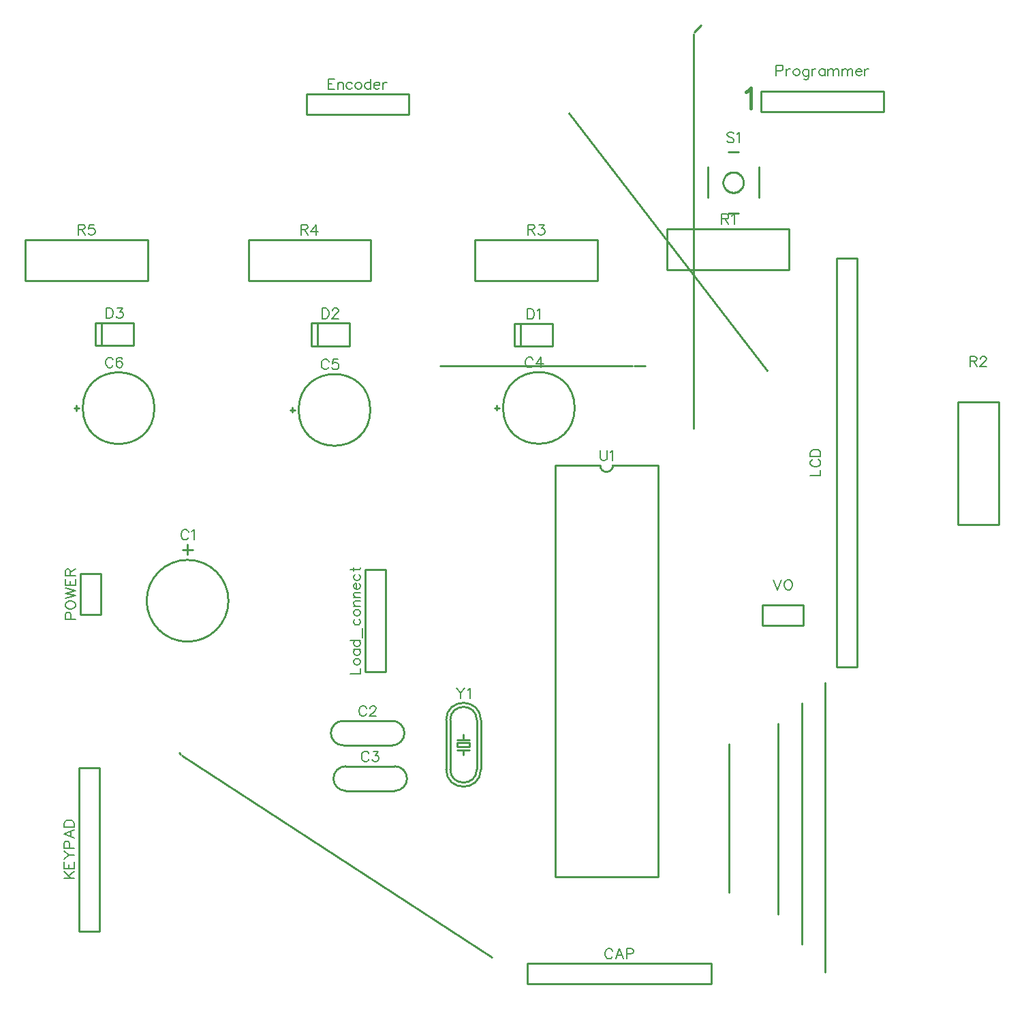
<source format=gbr>
G04 DipTrace 3.0.0.2*
G04 TopSilk.gbr*
%MOMM*%
G04 #@! TF.FileFunction,Legend,Top*
G04 #@! TF.Part,Single*
%ADD10C,0.25*%
%ADD59C,0.19608*%
%ADD60C,0.39216*%
%FSLAX35Y35*%
G04*
G71*
G90*
G75*
G01*
G04 TopSilk*
%LPD*%
X9860238Y10503800D2*
D10*
X9729262D1*
X9701484D2*
X7316262D1*
X11509250Y3687722D2*
Y6055211D1*
X10906000Y3956122D2*
Y5801044D1*
X11810873Y3313589D2*
Y6309711D1*
X12096623Y2963856D2*
Y6559478D1*
X10560306Y14733479D2*
X10472644Y14645821D1*
X10462823Y14622111D2*
Y9720306D1*
X11373777Y10443639D2*
X8914223Y13638361D1*
X7957487Y3154777D2*
X4108673Y5660333D1*
X4087212Y5677730D2*
X4073695Y5691246D1*
X4112008Y8215672D2*
X4237992D1*
X4175000Y8279617D2*
Y8152934D1*
X3667000Y7581113D2*
G02X3667000Y7581113I508000J0D01*
G01*
X6717872Y5784533D2*
X6108881D1*
X6717872Y6089333D2*
X6108881D1*
G03X6108881Y5784533I-304J-152400D01*
G01*
X6717872D2*
G03X6717872Y6089333I305J152400D01*
G01*
X6749622Y5219267D2*
X6140631D1*
X6749622Y5524067D2*
X6140631D1*
G03X6140631Y5219267I-304J-152400D01*
G01*
X6749622D2*
G03X6749622Y5524067I305J152400D01*
G01*
X8016815Y9947174D2*
Y10007160D1*
X7986852Y9977167D2*
X8046878D1*
X8095618D2*
G02X8095618Y9977167I445002J0D01*
G01*
X5476815Y9922774D2*
Y9982760D1*
X5446852Y9952767D2*
X5506878D1*
X5555618D2*
G02X5555618Y9952767I445002J0D01*
G01*
X2793941Y9945140D2*
Y10005126D1*
X2763978Y9975133D2*
X2824004D1*
X2872744D2*
G02X2872744Y9975133I445002J0D01*
G01*
X10683790Y2818896D2*
X8397710D1*
Y3072900D1*
X10683790D1*
Y2818896D1*
X8233705Y10744033D2*
Y11024033D1*
X8238845D2*
X8709155D1*
X8309520Y10744033D2*
Y11024033D1*
X8709155Y10744033D2*
Y11024033D1*
X8238845Y10744033D2*
X8709155D1*
X5709578Y10750133D2*
Y11030133D1*
X5714718D2*
X6185028D1*
X5785393Y10750133D2*
Y11030133D1*
X6185028Y10750133D2*
Y11030133D1*
X5714718Y10750133D2*
X6185028D1*
X3029828Y10755000D2*
Y11035000D1*
X3034968D2*
X3505278D1*
X3105643Y10755000D2*
Y11035000D1*
X3505278Y10755000D2*
Y11035000D1*
X3034968Y10755000D2*
X3505278D1*
X6921429Y13628096D2*
X5651317D1*
Y13882100D1*
X6921429D1*
Y13628096D1*
X3079628Y5508741D2*
X2825623D1*
Y3476926D1*
X3079628D1*
Y5508741D1*
X12239496Y6755327D2*
X12493500D1*
Y11839606D1*
X12239496D1*
Y6755327D1*
X6635628Y7969223D2*
X6381623D1*
Y6699111D1*
X6635628D1*
Y7969223D1*
X3095513Y7920397D2*
X2841500D1*
Y7412336D1*
X3095513D1*
Y7920397D1*
X11302946Y13910571D2*
X12826807D1*
Y13656567D1*
X11302946D1*
Y13910571D1*
X10128889Y12201467D2*
X11651365D1*
Y11693467D2*
Y12201467D1*
X10128889Y11693467D2*
X11651365D1*
X10128889D2*
Y12201467D1*
X13747623Y8527295D2*
Y10049771D1*
X14255623D2*
X13747623D1*
X14255623Y8527295D2*
Y10049771D1*
Y8527295D2*
X13747623D1*
X9270138Y11561600D2*
X7747662D1*
Y12069600D2*
Y11561600D1*
X9270138Y12069600D2*
X7747662D1*
X9270138D2*
Y11561600D1*
X6452738D2*
X4930262D1*
Y12069600D2*
Y11561600D1*
X6452738Y12069600D2*
X4930262D1*
X6452738D2*
Y11561600D1*
X3682138D2*
X2159662D1*
Y12069600D2*
Y11561600D1*
X3682138Y12069600D2*
X2159662D1*
X3682138D2*
Y11561600D1*
X10638860Y12590351D2*
Y12971249D1*
X11273819Y12590351D2*
Y12971249D1*
X11019889Y12399815D2*
X10892857D1*
X11019889Y13161785D2*
X10892857D1*
X10829408Y12780844D2*
X10829718Y12789701D1*
X10830644Y12798516D1*
X10832184Y12807244D1*
X10834328Y12815844D1*
X10837067Y12824273D1*
X10840388Y12832491D1*
X10844274Y12840457D1*
X10848706Y12848133D1*
X10853663Y12855481D1*
X10859120Y12862465D1*
X10865052Y12869051D1*
X10871428Y12875208D1*
X10878219Y12880905D1*
X10885390Y12886115D1*
X10892908Y12890812D1*
X10900734Y12894973D1*
X10908832Y12898578D1*
X10917162Y12901609D1*
X10925683Y12904052D1*
X10934354Y12905895D1*
X10943132Y12907128D1*
X10951975Y12907747D1*
X10960839D1*
X10969682Y12907128D1*
X10978460Y12905895D1*
X10987131Y12904052D1*
X10995652Y12901609D1*
X11003981Y12898578D1*
X11012079Y12894973D1*
X11019906Y12890812D1*
X11027423Y12886115D1*
X11034595Y12880905D1*
X11041385Y12875208D1*
X11047762Y12869051D1*
X11053693Y12862465D1*
X11059151Y12855481D1*
X11064108Y12848133D1*
X11068540Y12840457D1*
X11072426Y12832491D1*
X11075746Y12824273D1*
X11078486Y12815844D1*
X11080630Y12807244D1*
X11082169Y12798516D1*
X11083096Y12789701D1*
X11083405Y12780844D1*
X11083096Y12771986D1*
X11082169Y12763171D1*
X11080630Y12754443D1*
X11078486Y12745843D1*
X11075746Y12737414D1*
X11072426Y12729196D1*
X11068540Y12721230D1*
X11064108Y12713554D1*
X11059151Y12706206D1*
X11053693Y12699222D1*
X11047762Y12692636D1*
X11041385Y12686479D1*
X11034595Y12680782D1*
X11027423Y12675572D1*
X11019906Y12670875D1*
X11012079Y12666714D1*
X11003981Y12663109D1*
X10995652Y12660078D1*
X10987131Y12657635D1*
X10978460Y12655792D1*
X10969682Y12654559D1*
X10960839Y12653940D1*
X10951975D1*
X10943132Y12654559D1*
X10934354Y12655792D1*
X10925683Y12657635D1*
X10917162Y12660078D1*
X10908832Y12663109D1*
X10900734Y12666714D1*
X10892908Y12670875D1*
X10885390Y12675572D1*
X10878219Y12680782D1*
X10871428Y12686479D1*
X10865052Y12692636D1*
X10859120Y12699222D1*
X10853663Y12706206D1*
X10848706Y12713554D1*
X10844274Y12721230D1*
X10840388Y12729196D1*
X10837067Y12737414D1*
X10834328Y12745843D1*
X10832184Y12754443D1*
X10830644Y12763171D1*
X10829718Y12771986D1*
X10829408Y12780844D1*
X8742506Y9254380D2*
Y4154600D1*
X10021494D1*
Y9254380D2*
Y4154600D1*
X8742506Y9264600D2*
X9301562D1*
X10021494D2*
X9462438D1*
X9301562D2*
G03X9462438Y9264600I80438J-1311D01*
G01*
X11318720Y7529979D2*
X11826780D1*
Y7275967D1*
X11318720D1*
Y7529979D1*
X7819900Y5487082D2*
Y6096718D1*
X7388100Y5487082D2*
Y6096718D1*
X7769120Y5487082D2*
Y6096718D1*
X7438880D2*
Y5487082D1*
X7527787Y5766490D2*
Y5817310D1*
X7680213D1*
Y5766490D1*
X7527787D1*
Y5855425D2*
X7604000D1*
X7680213D1*
X7527787Y5728375D2*
X7604000D1*
X7680213D1*
X7604000Y5855425D2*
Y5918951D1*
Y5728375D2*
Y5664849D1*
X7388100Y5487082D2*
G03X7819900Y5487082I215900J18D01*
G01*
Y6096718D2*
G03X7388100Y6096718I-215900J-18D01*
G01*
X7438880Y5487082D2*
G03X7769120Y5487082I165120J58D01*
G01*
Y6096718D2*
G03X7438880Y6096718I-165120J-58D01*
G01*
X4185715Y8435280D2*
D59*
X4179679Y8447353D1*
X4167465Y8459567D1*
X4155392Y8465603D1*
X4131106D1*
X4118892Y8459567D1*
X4106819Y8447353D1*
X4100642Y8435280D1*
X4094606Y8417030D1*
Y8386567D1*
X4100642Y8368457D1*
X4106819Y8356244D1*
X4118892Y8344171D1*
X4131106Y8337994D1*
X4155392D1*
X4167465Y8344171D1*
X4179679Y8356244D1*
X4185715Y8368457D1*
X4224931Y8441176D2*
X4237144Y8447353D1*
X4255394Y8465463D1*
Y8337994D1*
X6396787Y6244997D2*
X6390751Y6257070D1*
X6378537Y6269284D1*
X6366464Y6275320D1*
X6342177D1*
X6329964Y6269284D1*
X6317891Y6257070D1*
X6311714Y6244997D1*
X6305677Y6226747D1*
Y6196284D1*
X6311714Y6178174D1*
X6317891Y6165961D1*
X6329964Y6153888D1*
X6342177Y6147711D1*
X6366464D1*
X6378537Y6153888D1*
X6390751Y6165961D1*
X6396787Y6178174D1*
X6442180Y6244857D2*
Y6250893D1*
X6448216Y6263107D1*
X6454253Y6269143D1*
X6466466Y6275180D1*
X6490753D1*
X6502826Y6269143D1*
X6508862Y6263107D1*
X6515039Y6250893D1*
Y6238820D1*
X6508862Y6226607D1*
X6496789Y6208497D1*
X6436003Y6147711D1*
X6521076D1*
X6428537Y5679731D2*
X6422501Y5691804D1*
X6410287Y5704017D1*
X6398214Y5710054D1*
X6373927D1*
X6361714Y5704017D1*
X6349641Y5691804D1*
X6343464Y5679731D1*
X6337427Y5661481D1*
Y5631017D1*
X6343464Y5612907D1*
X6349641Y5600694D1*
X6361714Y5588621D1*
X6373927Y5582444D1*
X6398214D1*
X6410287Y5588621D1*
X6422501Y5600694D1*
X6428537Y5612907D1*
X6479966Y5709913D2*
X6546649D1*
X6510289Y5661340D1*
X6528539D1*
X6540612Y5655304D1*
X6546649Y5649267D1*
X6552826Y5631017D1*
Y5618944D1*
X6546649Y5600694D1*
X6534576Y5588481D1*
X6516326Y5582444D1*
X6498076D1*
X6479966Y5588481D1*
X6473930Y5594657D1*
X6467753Y5606731D1*
X8466629Y10577830D2*
X8460592Y10589903D1*
X8448379Y10602117D1*
X8436306Y10608153D1*
X8412019D1*
X8399806Y10602117D1*
X8387733Y10589903D1*
X8381556Y10577830D1*
X8375519Y10559580D1*
Y10529117D1*
X8381556Y10511007D1*
X8387733Y10498794D1*
X8399806Y10486721D1*
X8412019Y10480544D1*
X8436306D1*
X8448379Y10486721D1*
X8460592Y10498794D1*
X8466629Y10511007D1*
X8566631Y10480544D2*
Y10608013D1*
X8505845Y10523080D1*
X8596954D1*
X5929647Y10553430D2*
X5923611Y10565503D1*
X5911397Y10577717D1*
X5899324Y10583753D1*
X5875037D1*
X5862824Y10577717D1*
X5850751Y10565503D1*
X5844574Y10553430D1*
X5838537Y10535180D1*
Y10504717D1*
X5844574Y10486607D1*
X5850751Y10474394D1*
X5862824Y10462321D1*
X5875037Y10456144D1*
X5899324D1*
X5911397Y10462321D1*
X5923611Y10474394D1*
X5929647Y10486607D1*
X6041722Y10583613D2*
X5981076D1*
X5975040Y10529003D1*
X5981076Y10535040D1*
X5999326Y10541217D1*
X6017436D1*
X6035686Y10535040D1*
X6047899Y10522967D1*
X6053936Y10504717D1*
Y10492644D1*
X6047899Y10474394D1*
X6035686Y10462180D1*
X6017436Y10456144D1*
X5999326D1*
X5981076Y10462180D1*
X5975040Y10468357D1*
X5968863Y10480430D1*
X3249862Y10575797D2*
X3243826Y10587870D1*
X3231612Y10600083D1*
X3219539Y10606120D1*
X3195253D1*
X3183039Y10600083D1*
X3170966Y10587870D1*
X3164789Y10575797D1*
X3158753Y10557547D1*
Y10527083D1*
X3164789Y10508974D1*
X3170966Y10496760D1*
X3183039Y10484687D1*
X3195253Y10478510D1*
X3219539D1*
X3231612Y10484687D1*
X3243826Y10496760D1*
X3249862Y10508974D1*
X3361938Y10587870D2*
X3355901Y10599943D1*
X3337651Y10605980D1*
X3325578D1*
X3307328Y10599943D1*
X3295114Y10581693D1*
X3289078Y10551370D1*
Y10521047D1*
X3295114Y10496760D1*
X3307328Y10484547D1*
X3325578Y10478510D1*
X3331614D1*
X3349724Y10484547D1*
X3361938Y10496760D1*
X3367974Y10515010D1*
Y10521047D1*
X3361938Y10539297D1*
X3349724Y10551370D1*
X3331614Y10557406D1*
X3325578D1*
X3307328Y10551370D1*
X3295114Y10539297D1*
X3289078Y10521047D1*
X9455909Y3228564D2*
X9449873Y3240637D1*
X9437659Y3252850D1*
X9425586Y3258887D1*
X9401300D1*
X9389086Y3252850D1*
X9377013Y3240637D1*
X9370836Y3228564D1*
X9364800Y3210314D1*
Y3179850D1*
X9370836Y3161740D1*
X9377013Y3149527D1*
X9389086Y3137454D1*
X9401300Y3131277D1*
X9425586D1*
X9437659Y3137454D1*
X9449873Y3149527D1*
X9455909Y3161740D1*
X9592412Y3131277D2*
X9543698Y3258887D1*
X9495125Y3131277D1*
X9513375Y3173814D2*
X9574162D1*
X9631627Y3192064D2*
X9686377D1*
X9704487Y3198100D1*
X9710664Y3204277D1*
X9716700Y3216350D1*
Y3234600D1*
X9710664Y3246673D1*
X9704487Y3252850D1*
X9686377Y3258887D1*
X9631627D1*
Y3131277D1*
X8396624Y11210020D2*
Y11082410D1*
X8439160D1*
X8457410Y11088587D1*
X8469624Y11100660D1*
X8475660Y11112874D1*
X8481697Y11130983D1*
Y11161447D1*
X8475660Y11179697D1*
X8469624Y11191770D1*
X8457410Y11203983D1*
X8439160Y11210020D1*
X8396624D1*
X8520913Y11185593D2*
X8533126Y11191770D1*
X8551376Y11209880D1*
Y11082410D1*
X5845192Y11216120D2*
Y11088510D1*
X5887729D1*
X5905979Y11094687D1*
X5918192Y11106760D1*
X5924229Y11118974D1*
X5930265Y11137083D1*
Y11167547D1*
X5924229Y11185797D1*
X5918192Y11197870D1*
X5905979Y11210083D1*
X5887729Y11216120D1*
X5845192D1*
X5975658Y11185656D2*
Y11191693D1*
X5981695Y11203906D1*
X5987731Y11209943D1*
X5999945Y11215980D1*
X6024231D1*
X6036304Y11209943D1*
X6042341Y11203906D1*
X6048518Y11191693D1*
Y11179620D1*
X6042341Y11167406D1*
X6030268Y11149297D1*
X5969481Y11088510D1*
X6054554D1*
X3165442Y11220987D2*
Y11093377D1*
X3207979D1*
X3226229Y11099554D1*
X3238442Y11111627D1*
X3244479Y11123840D1*
X3250515Y11141950D1*
Y11172414D1*
X3244479Y11190664D1*
X3238442Y11202737D1*
X3226229Y11214950D1*
X3207979Y11220987D1*
X3165442D1*
X3301945Y11220846D2*
X3368627D1*
X3332268Y11172273D1*
X3350518D1*
X3362591Y11166237D1*
X3368627Y11160200D1*
X3374804Y11141950D1*
Y11129877D1*
X3368627Y11111627D1*
X3356554Y11099414D1*
X3338304Y11093377D1*
X3320054D1*
X3301945Y11099414D1*
X3295908Y11105590D1*
X3289731Y11117664D1*
X6001528Y14068087D2*
X5922632D1*
Y13940477D1*
X6001528D1*
X5922632Y14007300D2*
X5971205D1*
X6040744Y14025550D2*
Y13940477D1*
Y14001264D2*
X6058994Y14019514D1*
X6071207Y14025550D1*
X6089317D1*
X6101530Y14019514D1*
X6107567Y14001264D1*
Y13940477D1*
X6219783Y14007300D2*
X6207569Y14019514D1*
X6195356Y14025550D1*
X6177246D1*
X6165033Y14019514D1*
X6152960Y14007300D1*
X6146783Y13989050D1*
Y13976977D1*
X6152960Y13958727D1*
X6165033Y13946654D1*
X6177246Y13940477D1*
X6195356D1*
X6207569Y13946654D1*
X6219783Y13958727D1*
X6289321Y14025550D2*
X6277248Y14019514D1*
X6265035Y14007300D1*
X6258998Y13989050D1*
Y13976977D1*
X6265035Y13958727D1*
X6277248Y13946654D1*
X6289321Y13940477D1*
X6307571D1*
X6319785Y13946654D1*
X6331858Y13958727D1*
X6338035Y13976977D1*
Y13989050D1*
X6331858Y14007300D1*
X6319785Y14019514D1*
X6307571Y14025550D1*
X6289321D1*
X6450110Y14068087D2*
Y13940477D1*
Y14007300D2*
X6438037Y14019514D1*
X6425824Y14025550D1*
X6407574D1*
X6395501Y14019514D1*
X6383287Y14007300D1*
X6377251Y13989050D1*
Y13976977D1*
X6383287Y13958727D1*
X6395501Y13946654D1*
X6407574Y13940477D1*
X6425824D1*
X6438037Y13946654D1*
X6450110Y13958727D1*
X6489326Y13989050D2*
X6562185D1*
Y14001264D1*
X6556149Y14013477D1*
X6550112Y14019514D1*
X6537899Y14025550D1*
X6519649D1*
X6507576Y14019514D1*
X6495362Y14007300D1*
X6489326Y13989050D1*
Y13976977D1*
X6495362Y13958727D1*
X6507576Y13946654D1*
X6519649Y13940477D1*
X6537899D1*
X6550112Y13946654D1*
X6562185Y13958727D1*
X6601401Y14025550D2*
Y13940477D1*
Y13989050D2*
X6607578Y14007300D1*
X6619651Y14019514D1*
X6631865Y14025550D1*
X6650115D1*
X2639637Y4130520D2*
X2767246D1*
X2639637Y4215593D2*
X2724710Y4130520D1*
X2694246Y4160843D2*
X2767246Y4215593D1*
X2639637Y4333705D2*
Y4254809D1*
X2767246D1*
Y4333705D1*
X2700423Y4254809D2*
Y4303382D1*
X2639637Y4372921D2*
X2700423Y4421494D1*
X2767246D1*
X2639637Y4470067D2*
X2700423Y4421494D1*
X2706460Y4509283D2*
Y4564033D1*
X2700423Y4582142D1*
X2694246Y4588319D1*
X2682173Y4594356D1*
X2663923D1*
X2651850Y4588319D1*
X2645673Y4582142D1*
X2639637Y4564033D1*
Y4509283D1*
X2767246D1*
Y4730858D2*
X2639637Y4682144D1*
X2767246Y4633571D1*
X2724710Y4651821D2*
Y4712608D1*
X2639637Y4770074D2*
X2767246D1*
Y4812610D1*
X2761069Y4830860D1*
X2748996Y4843074D1*
X2736783Y4849110D1*
X2718673Y4855147D1*
X2688210D1*
X2669960Y4849110D1*
X2657887Y4843074D1*
X2645673Y4830860D1*
X2639637Y4812610D1*
Y4770074D1*
X11914013Y9133730D2*
X12041623D1*
Y9206590D1*
X11944337Y9336915D2*
X11932264Y9330878D1*
X11920050Y9318665D1*
X11914014Y9306592D1*
Y9282305D1*
X11920050Y9270092D1*
X11932264Y9258019D1*
X11944337Y9251842D1*
X11962587Y9245805D1*
X11993050D1*
X12011160Y9251842D1*
X12023373Y9258019D1*
X12035446Y9270092D1*
X12041623Y9282305D1*
Y9306592D1*
X12035446Y9318665D1*
X12023373Y9330878D1*
X12011160Y9336915D1*
X11914014Y9376131D2*
X12041623Y9376130D1*
Y9418667D1*
X12035446Y9436917D1*
X12023373Y9449130D1*
X12011160Y9455167D1*
X11993050Y9461204D1*
X11962587D1*
X11944337Y9455167D1*
X11932264Y9449130D1*
X11920050Y9436917D1*
X11914014Y9418667D1*
Y9376131D1*
X6195637Y6671917D2*
X6323246D1*
Y6744777D1*
X6238173Y6814315D2*
X6244210Y6802242D1*
X6256423Y6790029D1*
X6274673Y6783992D1*
X6286746D1*
X6304996Y6790029D1*
X6317070Y6802242D1*
X6323246Y6814315D1*
Y6832565D1*
X6317070Y6844779D1*
X6304996Y6856852D1*
X6286746Y6863029D1*
X6274673D1*
X6256423Y6856852D1*
X6244210Y6844779D1*
X6238173Y6832565D1*
Y6814315D1*
Y6975104D2*
X6323246D1*
X6256423D2*
X6244210Y6963031D1*
X6238173Y6950818D1*
Y6932708D1*
X6244210Y6920495D1*
X6256423Y6908421D1*
X6274673Y6902245D1*
X6286746Y6902244D1*
X6304996Y6908421D1*
X6317069Y6920494D1*
X6323246Y6932708D1*
Y6950818D1*
X6317069Y6963031D1*
X6304996Y6975104D1*
X6195637Y7087179D2*
X6323246D1*
X6256423D2*
X6244210Y7075106D1*
X6238173Y7062893D1*
Y7044643D1*
X6244210Y7032570D1*
X6256423Y7020356D1*
X6274673Y7014320D1*
X6286746D1*
X6304996Y7020356D1*
X6317069Y7032570D1*
X6323246Y7044643D1*
Y7062893D1*
X6317069Y7075106D1*
X6304996Y7087179D1*
X6344304Y7126395D2*
Y7241791D1*
X6256423Y7354007D2*
X6244210Y7341793D1*
X6238173Y7329580D1*
Y7311470D1*
X6244210Y7299257D1*
X6256423Y7287184D1*
X6274673Y7281007D1*
X6286746D1*
X6304996Y7287184D1*
X6317069Y7299257D1*
X6323246Y7311470D1*
Y7329580D1*
X6317069Y7341793D1*
X6304996Y7354007D1*
X6238173Y7423546D2*
X6244210Y7411473D1*
X6256423Y7399259D1*
X6274673Y7393223D1*
X6286746D1*
X6304996Y7399259D1*
X6317069Y7411473D1*
X6323246Y7423546D1*
Y7441796D1*
X6317069Y7454009D1*
X6304996Y7466082D1*
X6286746Y7472259D1*
X6274673D1*
X6256423Y7466082D1*
X6244210Y7454009D1*
X6238173Y7441796D1*
Y7423546D1*
Y7511475D2*
X6323246D1*
X6262460D2*
X6244210Y7529725D1*
X6238173Y7541938D1*
Y7560048D1*
X6244210Y7572261D1*
X6262460Y7578298D1*
X6323246D1*
X6238173Y7617514D2*
X6323246D1*
X6262460D2*
X6244210Y7635764D1*
X6238173Y7647977D1*
Y7666087D1*
X6244210Y7678300D1*
X6262460Y7684337D1*
X6323246D1*
X6274673Y7723552D2*
Y7796412D1*
X6262460D1*
X6250246Y7790375D1*
X6244210Y7784339D1*
X6238173Y7772125D1*
Y7753875D1*
X6244210Y7741802D1*
X6256423Y7729589D1*
X6274673Y7723552D1*
X6286746D1*
X6304996Y7729589D1*
X6317069Y7741802D1*
X6323246Y7753875D1*
Y7772125D1*
X6317069Y7784339D1*
X6304996Y7796412D1*
X6256423Y7908628D2*
X6244210Y7896414D1*
X6238173Y7884201D1*
Y7866091D1*
X6244210Y7853878D1*
X6256423Y7841805D1*
X6274673Y7835628D1*
X6286746D1*
X6304996Y7841805D1*
X6317069Y7853878D1*
X6323246Y7866091D1*
Y7884201D1*
X6317069Y7896414D1*
X6304996Y7908628D1*
X6195637Y7966093D2*
X6298960D1*
X6317069Y7972130D1*
X6323246Y7984343D1*
Y7996416D1*
X6238173Y7947843D2*
Y7990380D1*
X2722336Y7354055D2*
X2722337Y7408805D1*
X2716300Y7426914D1*
X2710123Y7433091D1*
X2698050Y7439128D1*
X2679800D1*
X2667727Y7433091D1*
X2661550Y7426914D1*
X2655513Y7408805D1*
Y7354055D1*
X2783123D1*
X2655514Y7514843D2*
X2661550Y7502630D1*
X2673764Y7490557D1*
X2685837Y7484380D1*
X2704087Y7478343D1*
X2734550D1*
X2752660Y7484380D1*
X2764873Y7490557D1*
X2776946Y7502630D1*
X2783123Y7514843D1*
Y7539130D1*
X2776946Y7551203D1*
X2764873Y7563416D1*
X2752660Y7569453D1*
X2734550Y7575489D1*
X2704087Y7575490D1*
X2685837Y7569453D1*
X2673764Y7563416D1*
X2661550Y7551203D1*
X2655514Y7539130D1*
Y7514843D1*
Y7614705D2*
X2783123Y7645169D1*
X2655514Y7675492D1*
X2783123Y7705815D1*
X2655514Y7736278D1*
X2655513Y7854390D2*
X2655514Y7775494D1*
X2783123D1*
Y7854390D1*
X2716300Y7775494D2*
Y7824067D1*
Y7893606D2*
Y7948215D1*
X2710123Y7966465D1*
X2704087Y7972642D1*
X2692013Y7978679D1*
X2679800D1*
X2667727Y7972642D1*
X2661550Y7966465D1*
X2655513Y7948215D1*
Y7893606D1*
X2783123D1*
X2716300Y7936142D2*
X2783123Y7978679D1*
X11490205Y14169230D2*
X11544955D1*
X11563065Y14175267D1*
X11569242Y14181444D1*
X11575278Y14193517D1*
Y14211767D1*
X11569242Y14223840D1*
X11563065Y14230017D1*
X11544955Y14236053D1*
X11490205D1*
Y14108444D1*
X11614494Y14193517D2*
Y14108444D1*
Y14157017D2*
X11620671Y14175267D1*
X11632744Y14187480D1*
X11644957Y14193517D1*
X11663207D1*
X11732746D2*
X11720673Y14187480D1*
X11708460Y14175267D1*
X11702423Y14157017D1*
Y14144944D1*
X11708460Y14126694D1*
X11720673Y14114621D1*
X11732746Y14108444D1*
X11750996D1*
X11763210Y14114621D1*
X11775283Y14126694D1*
X11781460Y14144944D1*
Y14157017D1*
X11775283Y14175267D1*
X11763210Y14187480D1*
X11750996Y14193517D1*
X11732746D1*
X11893535Y14187480D2*
Y14090194D1*
X11887498Y14072084D1*
X11881462Y14065907D1*
X11869248Y14059871D1*
X11850998D1*
X11838925Y14065907D1*
X11893535Y14169230D2*
X11881462Y14181303D1*
X11869248Y14187480D1*
X11850998D1*
X11838925Y14181303D1*
X11826712Y14169230D1*
X11820675Y14150980D1*
Y14138767D1*
X11826712Y14120657D1*
X11838925Y14108444D1*
X11850998Y14102407D1*
X11869248D1*
X11881462Y14108444D1*
X11893535Y14120657D1*
X11932751Y14193517D2*
Y14108444D1*
Y14157017D2*
X11938927Y14175267D1*
X11951001Y14187480D1*
X11963214Y14193517D1*
X11981464D1*
X12093539D2*
Y14108444D1*
Y14175267D2*
X12081466Y14187480D1*
X12069253Y14193517D1*
X12051143D1*
X12038930Y14187480D1*
X12026857Y14175267D1*
X12020680Y14157017D1*
Y14144944D1*
X12026857Y14126694D1*
X12038930Y14114621D1*
X12051143Y14108444D1*
X12069253D1*
X12081466Y14114621D1*
X12093539Y14126694D1*
X12132755Y14193517D2*
Y14108444D1*
Y14169230D2*
X12151005Y14187480D1*
X12163218Y14193517D1*
X12181328D1*
X12193542Y14187480D1*
X12199578Y14169230D1*
Y14108444D1*
Y14169230D2*
X12217828Y14187480D1*
X12230042Y14193517D1*
X12248151D1*
X12260365Y14187480D1*
X12266542Y14169230D1*
Y14108444D1*
X12305757Y14193517D2*
Y14108444D1*
Y14169230D2*
X12324007Y14187480D1*
X12336221Y14193517D1*
X12354330D1*
X12366544Y14187480D1*
X12372580Y14169230D1*
Y14108444D1*
Y14169230D2*
X12390830Y14187480D1*
X12403044Y14193517D1*
X12421153D1*
X12433367Y14187480D1*
X12439544Y14169230D1*
Y14108444D1*
X12478759Y14157017D2*
X12551619D1*
Y14169230D1*
X12545583Y14181444D1*
X12539546Y14187480D1*
X12527333Y14193517D1*
X12509083D1*
X12497009Y14187480D1*
X12484796Y14175267D1*
X12478759Y14157017D1*
Y14144944D1*
X12484796Y14126694D1*
X12497009Y14114621D1*
X12509083Y14108444D1*
X12527333D1*
X12539546Y14114621D1*
X12551619Y14126694D1*
X12590835Y14193517D2*
Y14108444D1*
Y14157017D2*
X12597012Y14175267D1*
X12609085Y14187480D1*
X12621298Y14193517D1*
X12639548D1*
X10812751Y12326667D2*
X10867360D1*
X10885610Y12332844D1*
X10891787Y12338880D1*
X10897824Y12350953D1*
Y12363167D1*
X10891787Y12375240D1*
X10885610Y12381417D1*
X10867360Y12387453D1*
X10812751D1*
Y12259844D1*
X10855287Y12326667D2*
X10897824Y12259844D1*
X10937039Y12363026D2*
X10949253Y12369203D1*
X10967503Y12387313D1*
Y12259844D1*
X13896942Y10556733D2*
X13951552D1*
X13969802Y10562910D1*
X13975979Y10568947D1*
X13982015Y10581020D1*
Y10593233D1*
X13975979Y10605306D1*
X13969802Y10611483D1*
X13951552Y10617520D1*
X13896942D1*
Y10489910D1*
X13939479Y10556733D2*
X13982015Y10489910D1*
X14027408Y10587056D2*
Y10593093D1*
X14033445Y10605306D1*
X14039481Y10611343D1*
X14051695Y10617380D1*
X14075981D1*
X14088054Y10611343D1*
X14094091Y10605306D1*
X14100268Y10593093D1*
Y10581020D1*
X14094091Y10568806D1*
X14082018Y10550697D1*
X14021231Y10489910D1*
X14106304D1*
X8404219Y12194800D2*
X8458829D1*
X8477079Y12200977D1*
X8483256Y12207014D1*
X8489292Y12219087D1*
Y12231300D1*
X8483256Y12243373D1*
X8477079Y12249550D1*
X8458829Y12255587D1*
X8404219D1*
Y12127977D1*
X8446756Y12194800D2*
X8489292Y12127977D1*
X8540721Y12255446D2*
X8607404D1*
X8571044Y12206873D1*
X8589294D1*
X8601367Y12200837D1*
X8607404Y12194800D1*
X8613581Y12176550D1*
Y12164477D1*
X8607404Y12146227D1*
X8595331Y12134014D1*
X8577081Y12127977D1*
X8558831D1*
X8540721Y12134014D1*
X8534685Y12140190D1*
X8528508Y12152264D1*
X5583801Y12194800D2*
X5638410D1*
X5656660Y12200977D1*
X5662837Y12207014D1*
X5668874Y12219087D1*
Y12231300D1*
X5662837Y12243373D1*
X5656660Y12249550D1*
X5638410Y12255587D1*
X5583801D1*
Y12127977D1*
X5626337Y12194800D2*
X5668874Y12127977D1*
X5768876D2*
Y12255446D1*
X5708090Y12170514D1*
X5799199D1*
X2816219Y12194800D2*
X2870829D1*
X2889079Y12200977D1*
X2895256Y12207014D1*
X2901292Y12219087D1*
Y12231300D1*
X2895256Y12243373D1*
X2889079Y12249550D1*
X2870829Y12255587D1*
X2816219D1*
Y12127977D1*
X2858756Y12194800D2*
X2901292Y12127977D1*
X3013367Y12255446D2*
X2952721D1*
X2946685Y12200837D1*
X2952721Y12206873D1*
X2970971Y12213050D1*
X2989081D1*
X3007331Y12206873D1*
X3019544Y12194800D1*
X3025581Y12176550D1*
Y12164477D1*
X3019544Y12146227D1*
X3007331Y12134014D1*
X2989081Y12127977D1*
X2970971D1*
X2952721Y12134014D1*
X2946685Y12140190D1*
X2940508Y12152264D1*
X10964070Y13383550D2*
X10951997Y13395763D1*
X10933747Y13401800D1*
X10909461D1*
X10891211Y13395763D1*
X10878997Y13383550D1*
Y13371477D1*
X10885174Y13359263D1*
X10891211Y13353227D1*
X10903284Y13347190D1*
X10939784Y13334977D1*
X10951997Y13328940D1*
X10958034Y13322763D1*
X10964070Y13310690D1*
Y13292440D1*
X10951997Y13280367D1*
X10933747Y13274190D1*
X10909461D1*
X10891211Y13280367D1*
X10878997Y13292440D1*
X11003286Y13377373D2*
X11015499Y13383550D1*
X11033749Y13401660D1*
Y13274190D1*
X9304624Y9450587D2*
Y9359477D1*
X9310660Y9341227D1*
X9322874Y9329154D1*
X9341124Y9322977D1*
X9353197D1*
X9371447Y9329154D1*
X9383660Y9341227D1*
X9389697Y9359477D1*
Y9450587D1*
X9428913Y9426160D2*
X9441126Y9432337D1*
X9459376Y9450446D1*
Y9322977D1*
X11455996Y7842953D2*
X11504569Y7715344D1*
X11553142Y7842953D1*
X11628858D2*
X11616644Y7836917D1*
X11604571Y7824703D1*
X11598394Y7812630D1*
X11592358Y7794380D1*
Y7763917D1*
X11598394Y7745807D1*
X11604571Y7733594D1*
X11616644Y7721521D1*
X11628858Y7715344D1*
X11653144D1*
X11665217Y7721521D1*
X11677431Y7733594D1*
X11683467Y7745807D1*
X11689504Y7763917D1*
Y7794380D1*
X11683467Y7812630D1*
X11677431Y7824703D1*
X11665217Y7836917D1*
X11653144Y7842953D1*
X11628858D1*
X7520587Y6498587D2*
X7569160Y6437800D1*
Y6370977D1*
X7617734Y6498587D2*
X7569160Y6437800D1*
X7656949Y6474160D2*
X7669163Y6480337D1*
X7687413Y6498446D1*
Y6370977D1*
X11116108Y13907436D2*
D60*
X11140535Y13919790D1*
X11177035Y13956009D1*
Y13701071D1*
M02*

</source>
